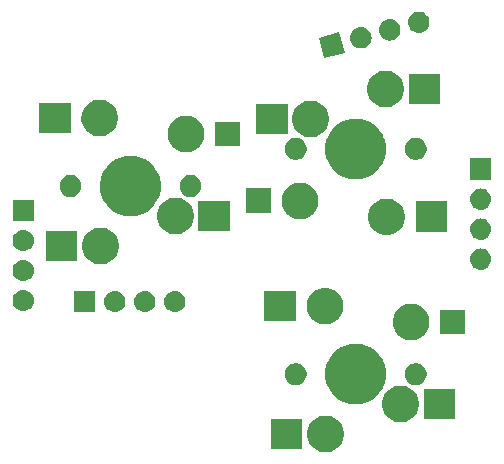
<source format=gbr>
G04 #@! TF.GenerationSoftware,KiCad,Pcbnew,(5.1.4)-1*
G04 #@! TF.CreationDate,2023-09-09T05:27:38-04:00*
G04 #@! TF.ProjectId,ThumbsUp,5468756d-6273-4557-902e-6b696361645f,rev?*
G04 #@! TF.SameCoordinates,Original*
G04 #@! TF.FileFunction,Soldermask,Bot*
G04 #@! TF.FilePolarity,Negative*
%FSLAX46Y46*%
G04 Gerber Fmt 4.6, Leading zero omitted, Abs format (unit mm)*
G04 Created by KiCad (PCBNEW (5.1.4)-1) date 2023-09-09 05:27:38*
%MOMM*%
%LPD*%
G04 APERTURE LIST*
%ADD10C,0.100000*%
G04 APERTURE END LIST*
D10*
G36*
X-109077415Y-375038802D02*
G01*
X-108927590Y-375068604D01*
X-108645326Y-375185521D01*
X-108391295Y-375355259D01*
X-108175259Y-375571295D01*
X-108005521Y-375825326D01*
X-107888604Y-376107590D01*
X-107829000Y-376407240D01*
X-107829000Y-376712760D01*
X-107888604Y-377012410D01*
X-108005521Y-377294674D01*
X-108175259Y-377548705D01*
X-108391295Y-377764741D01*
X-108645326Y-377934479D01*
X-108927590Y-378051396D01*
X-109077415Y-378081198D01*
X-109227239Y-378111000D01*
X-109532761Y-378111000D01*
X-109682585Y-378081198D01*
X-109832410Y-378051396D01*
X-110114674Y-377934479D01*
X-110368705Y-377764741D01*
X-110584741Y-377548705D01*
X-110754479Y-377294674D01*
X-110871396Y-377012410D01*
X-110931000Y-376712760D01*
X-110931000Y-376407240D01*
X-110871396Y-376107590D01*
X-110754479Y-375825326D01*
X-110584741Y-375571295D01*
X-110368705Y-375355259D01*
X-110114674Y-375185521D01*
X-109832410Y-375068604D01*
X-109682585Y-375038802D01*
X-109532761Y-375009000D01*
X-109227239Y-375009000D01*
X-109077415Y-375038802D01*
X-109077415Y-375038802D01*
G37*
G36*
X-111356000Y-377861000D02*
G01*
X-114008000Y-377861000D01*
X-114008000Y-375259000D01*
X-111356000Y-375259000D01*
X-111356000Y-377861000D01*
X-111356000Y-377861000D01*
G37*
G36*
X-102727415Y-372498802D02*
G01*
X-102577590Y-372528604D01*
X-102295326Y-372645521D01*
X-102041295Y-372815259D01*
X-101825259Y-373031295D01*
X-101655521Y-373285326D01*
X-101538604Y-373567590D01*
X-101479000Y-373867240D01*
X-101479000Y-374172760D01*
X-101538604Y-374472410D01*
X-101655521Y-374754674D01*
X-101825259Y-375008705D01*
X-102041295Y-375224741D01*
X-102295326Y-375394479D01*
X-102577590Y-375511396D01*
X-102727415Y-375541198D01*
X-102877239Y-375571000D01*
X-103182761Y-375571000D01*
X-103332585Y-375541198D01*
X-103482410Y-375511396D01*
X-103764674Y-375394479D01*
X-104018705Y-375224741D01*
X-104234741Y-375008705D01*
X-104404479Y-374754674D01*
X-104521396Y-374472410D01*
X-104581000Y-374172760D01*
X-104581000Y-373867240D01*
X-104521396Y-373567590D01*
X-104404479Y-373285326D01*
X-104234741Y-373031295D01*
X-104018705Y-372815259D01*
X-103764674Y-372645521D01*
X-103482410Y-372528604D01*
X-103332585Y-372498802D01*
X-103182761Y-372469000D01*
X-102877239Y-372469000D01*
X-102727415Y-372498802D01*
X-102727415Y-372498802D01*
G37*
G36*
X-98429000Y-375321000D02*
G01*
X-101081000Y-375321000D01*
X-101081000Y-372719000D01*
X-98429000Y-372719000D01*
X-98429000Y-375321000D01*
X-98429000Y-375321000D01*
G37*
G36*
X-106337448Y-368953497D02*
G01*
X-106088609Y-369002994D01*
X-105894425Y-369083428D01*
X-105619808Y-369197178D01*
X-105197896Y-369479090D01*
X-104839090Y-369837896D01*
X-104557178Y-370259808D01*
X-104443428Y-370534425D01*
X-104362994Y-370728609D01*
X-104264000Y-371226286D01*
X-104264000Y-371733714D01*
X-104362994Y-372231391D01*
X-104420580Y-372370415D01*
X-104557178Y-372700192D01*
X-104839090Y-373122104D01*
X-105197896Y-373480910D01*
X-105619808Y-373762822D01*
X-105871893Y-373867239D01*
X-106088609Y-373957006D01*
X-106337448Y-374006503D01*
X-106586285Y-374056000D01*
X-107093715Y-374056000D01*
X-107342552Y-374006503D01*
X-107591391Y-373957006D01*
X-107808107Y-373867239D01*
X-108060192Y-373762822D01*
X-108482104Y-373480910D01*
X-108840910Y-373122104D01*
X-109122822Y-372700192D01*
X-109259420Y-372370415D01*
X-109317006Y-372231391D01*
X-109416000Y-371733714D01*
X-109416000Y-371226286D01*
X-109317006Y-370728609D01*
X-109236572Y-370534425D01*
X-109122822Y-370259808D01*
X-108840910Y-369837896D01*
X-108482104Y-369479090D01*
X-108060192Y-369197178D01*
X-107785575Y-369083428D01*
X-107591391Y-369002994D01*
X-107342552Y-368953497D01*
X-107093715Y-368904000D01*
X-106586285Y-368904000D01*
X-106337448Y-368953497D01*
X-106337448Y-368953497D01*
G37*
G36*
X-101489896Y-370589585D02*
G01*
X-101321374Y-370659389D01*
X-101169709Y-370760728D01*
X-101040728Y-370889709D01*
X-100939389Y-371041374D01*
X-100869585Y-371209896D01*
X-100834000Y-371388797D01*
X-100834000Y-371571203D01*
X-100869585Y-371750104D01*
X-100939389Y-371918626D01*
X-101040728Y-372070291D01*
X-101169709Y-372199272D01*
X-101321374Y-372300611D01*
X-101489896Y-372370415D01*
X-101668797Y-372406000D01*
X-101851203Y-372406000D01*
X-102030104Y-372370415D01*
X-102198626Y-372300611D01*
X-102350291Y-372199272D01*
X-102479272Y-372070291D01*
X-102580611Y-371918626D01*
X-102650415Y-371750104D01*
X-102686000Y-371571203D01*
X-102686000Y-371388797D01*
X-102650415Y-371209896D01*
X-102580611Y-371041374D01*
X-102479272Y-370889709D01*
X-102350291Y-370760728D01*
X-102198626Y-370659389D01*
X-102030104Y-370589585D01*
X-101851203Y-370554000D01*
X-101668797Y-370554000D01*
X-101489896Y-370589585D01*
X-101489896Y-370589585D01*
G37*
G36*
X-111649896Y-370589585D02*
G01*
X-111481374Y-370659389D01*
X-111329709Y-370760728D01*
X-111200728Y-370889709D01*
X-111099389Y-371041374D01*
X-111029585Y-371209896D01*
X-110994000Y-371388797D01*
X-110994000Y-371571203D01*
X-111029585Y-371750104D01*
X-111099389Y-371918626D01*
X-111200728Y-372070291D01*
X-111329709Y-372199272D01*
X-111481374Y-372300611D01*
X-111649896Y-372370415D01*
X-111828797Y-372406000D01*
X-112011203Y-372406000D01*
X-112190104Y-372370415D01*
X-112358626Y-372300611D01*
X-112510291Y-372199272D01*
X-112639272Y-372070291D01*
X-112740611Y-371918626D01*
X-112810415Y-371750104D01*
X-112846000Y-371571203D01*
X-112846000Y-371388797D01*
X-112810415Y-371209896D01*
X-112740611Y-371041374D01*
X-112639272Y-370889709D01*
X-112510291Y-370760728D01*
X-112358626Y-370659389D01*
X-112190104Y-370589585D01*
X-112011203Y-370554000D01*
X-111828797Y-370554000D01*
X-111649896Y-370589585D01*
X-111649896Y-370589585D01*
G37*
G36*
X-101837415Y-365558802D02*
G01*
X-101687590Y-365588604D01*
X-101405326Y-365705521D01*
X-101151295Y-365875259D01*
X-100935259Y-366091295D01*
X-100765521Y-366345326D01*
X-100716087Y-366464672D01*
X-100648604Y-366627591D01*
X-100589000Y-366927239D01*
X-100589000Y-367232761D01*
X-100618802Y-367382585D01*
X-100648604Y-367532410D01*
X-100765521Y-367814674D01*
X-100935259Y-368068705D01*
X-101151295Y-368284741D01*
X-101405326Y-368454479D01*
X-101687590Y-368571396D01*
X-101837415Y-368601198D01*
X-101987239Y-368631000D01*
X-102292761Y-368631000D01*
X-102442585Y-368601198D01*
X-102592410Y-368571396D01*
X-102874674Y-368454479D01*
X-103128705Y-368284741D01*
X-103344741Y-368068705D01*
X-103514479Y-367814674D01*
X-103631396Y-367532410D01*
X-103661198Y-367382585D01*
X-103691000Y-367232761D01*
X-103691000Y-366927239D01*
X-103631396Y-366627591D01*
X-103563913Y-366464672D01*
X-103514479Y-366345326D01*
X-103344741Y-366091295D01*
X-103128705Y-365875259D01*
X-102874674Y-365705521D01*
X-102592410Y-365588604D01*
X-102442585Y-365558802D01*
X-102292761Y-365529000D01*
X-101987239Y-365529000D01*
X-101837415Y-365558802D01*
X-101837415Y-365558802D01*
G37*
G36*
X-97589000Y-368131000D02*
G01*
X-99691000Y-368131000D01*
X-99691000Y-366029000D01*
X-97589000Y-366029000D01*
X-97589000Y-368131000D01*
X-97589000Y-368131000D01*
G37*
G36*
X-109137415Y-364208802D02*
G01*
X-108987590Y-364238604D01*
X-108705326Y-364355521D01*
X-108451295Y-364525259D01*
X-108235259Y-364741295D01*
X-108065521Y-364995326D01*
X-107948604Y-365277590D01*
X-107948604Y-365277591D01*
X-107889000Y-365577239D01*
X-107889000Y-365882761D01*
X-107890058Y-365888078D01*
X-107948604Y-366182410D01*
X-108065521Y-366464674D01*
X-108235259Y-366718705D01*
X-108451295Y-366934741D01*
X-108705326Y-367104479D01*
X-108987590Y-367221396D01*
X-109044721Y-367232760D01*
X-109287239Y-367281000D01*
X-109592761Y-367281000D01*
X-109835279Y-367232760D01*
X-109892410Y-367221396D01*
X-110174674Y-367104479D01*
X-110428705Y-366934741D01*
X-110644741Y-366718705D01*
X-110814479Y-366464674D01*
X-110931396Y-366182410D01*
X-110989942Y-365888078D01*
X-110991000Y-365882761D01*
X-110991000Y-365577239D01*
X-110931396Y-365277591D01*
X-110931396Y-365277590D01*
X-110814479Y-364995326D01*
X-110644741Y-364741295D01*
X-110428705Y-364525259D01*
X-110174674Y-364355521D01*
X-109892410Y-364238604D01*
X-109742585Y-364208802D01*
X-109592761Y-364179000D01*
X-109287239Y-364179000D01*
X-109137415Y-364208802D01*
X-109137415Y-364208802D01*
G37*
G36*
X-111914000Y-367031000D02*
G01*
X-114566000Y-367031000D01*
X-114566000Y-364429000D01*
X-111914000Y-364429000D01*
X-111914000Y-367031000D01*
X-111914000Y-367031000D01*
G37*
G36*
X-124578888Y-364450092D02*
G01*
X-124512703Y-364456611D01*
X-124342864Y-364508131D01*
X-124186339Y-364591796D01*
X-124166953Y-364607706D01*
X-124049144Y-364704388D01*
X-123965882Y-364805845D01*
X-123936552Y-364841583D01*
X-123852887Y-364998108D01*
X-123801367Y-365167947D01*
X-123783971Y-365344574D01*
X-123801367Y-365521201D01*
X-123852887Y-365691040D01*
X-123936552Y-365847565D01*
X-123959280Y-365875259D01*
X-124049144Y-365984760D01*
X-124150601Y-366068022D01*
X-124186339Y-366097352D01*
X-124342864Y-366181017D01*
X-124512703Y-366232537D01*
X-124578888Y-366239056D01*
X-124645070Y-366245574D01*
X-124733590Y-366245574D01*
X-124799772Y-366239056D01*
X-124865957Y-366232537D01*
X-125035796Y-366181017D01*
X-125192321Y-366097352D01*
X-125228059Y-366068022D01*
X-125329516Y-365984760D01*
X-125419380Y-365875259D01*
X-125442108Y-365847565D01*
X-125525773Y-365691040D01*
X-125577293Y-365521201D01*
X-125594689Y-365344574D01*
X-125577293Y-365167947D01*
X-125525773Y-364998108D01*
X-125442108Y-364841583D01*
X-125412778Y-364805845D01*
X-125329516Y-364704388D01*
X-125211707Y-364607706D01*
X-125192321Y-364591796D01*
X-125035796Y-364508131D01*
X-124865957Y-364456611D01*
X-124799772Y-364450092D01*
X-124733590Y-364443574D01*
X-124645070Y-364443574D01*
X-124578888Y-364450092D01*
X-124578888Y-364450092D01*
G37*
G36*
X-127118888Y-364450092D02*
G01*
X-127052703Y-364456611D01*
X-126882864Y-364508131D01*
X-126726339Y-364591796D01*
X-126706953Y-364607706D01*
X-126589144Y-364704388D01*
X-126505882Y-364805845D01*
X-126476552Y-364841583D01*
X-126392887Y-364998108D01*
X-126341367Y-365167947D01*
X-126323971Y-365344574D01*
X-126341367Y-365521201D01*
X-126392887Y-365691040D01*
X-126476552Y-365847565D01*
X-126499280Y-365875259D01*
X-126589144Y-365984760D01*
X-126690601Y-366068022D01*
X-126726339Y-366097352D01*
X-126882864Y-366181017D01*
X-127052703Y-366232537D01*
X-127118888Y-366239056D01*
X-127185070Y-366245574D01*
X-127273590Y-366245574D01*
X-127339772Y-366239056D01*
X-127405957Y-366232537D01*
X-127575796Y-366181017D01*
X-127732321Y-366097352D01*
X-127768059Y-366068022D01*
X-127869516Y-365984760D01*
X-127959380Y-365875259D01*
X-127982108Y-365847565D01*
X-128065773Y-365691040D01*
X-128117293Y-365521201D01*
X-128134689Y-365344574D01*
X-128117293Y-365167947D01*
X-128065773Y-364998108D01*
X-127982108Y-364841583D01*
X-127952778Y-364805845D01*
X-127869516Y-364704388D01*
X-127751707Y-364607706D01*
X-127732321Y-364591796D01*
X-127575796Y-364508131D01*
X-127405957Y-364456611D01*
X-127339772Y-364450092D01*
X-127273590Y-364443574D01*
X-127185070Y-364443574D01*
X-127118888Y-364450092D01*
X-127118888Y-364450092D01*
G37*
G36*
X-122038888Y-364450092D02*
G01*
X-121972703Y-364456611D01*
X-121802864Y-364508131D01*
X-121646339Y-364591796D01*
X-121626953Y-364607706D01*
X-121509144Y-364704388D01*
X-121425882Y-364805845D01*
X-121396552Y-364841583D01*
X-121312887Y-364998108D01*
X-121261367Y-365167947D01*
X-121243971Y-365344574D01*
X-121261367Y-365521201D01*
X-121312887Y-365691040D01*
X-121396552Y-365847565D01*
X-121419280Y-365875259D01*
X-121509144Y-365984760D01*
X-121610601Y-366068022D01*
X-121646339Y-366097352D01*
X-121802864Y-366181017D01*
X-121972703Y-366232537D01*
X-122038888Y-366239056D01*
X-122105070Y-366245574D01*
X-122193590Y-366245574D01*
X-122259772Y-366239056D01*
X-122325957Y-366232537D01*
X-122495796Y-366181017D01*
X-122652321Y-366097352D01*
X-122688059Y-366068022D01*
X-122789516Y-365984760D01*
X-122879380Y-365875259D01*
X-122902108Y-365847565D01*
X-122985773Y-365691040D01*
X-123037293Y-365521201D01*
X-123054689Y-365344574D01*
X-123037293Y-365167947D01*
X-122985773Y-364998108D01*
X-122902108Y-364841583D01*
X-122872778Y-364805845D01*
X-122789516Y-364704388D01*
X-122671707Y-364607706D01*
X-122652321Y-364591796D01*
X-122495796Y-364508131D01*
X-122325957Y-364456611D01*
X-122259772Y-364450092D01*
X-122193590Y-364443574D01*
X-122105070Y-364443574D01*
X-122038888Y-364450092D01*
X-122038888Y-364450092D01*
G37*
G36*
X-128868330Y-366245574D02*
G01*
X-130670330Y-366245574D01*
X-130670330Y-364443574D01*
X-128868330Y-364443574D01*
X-128868330Y-366245574D01*
X-128868330Y-366245574D01*
G37*
G36*
X-134866177Y-364353411D02*
G01*
X-134799993Y-364359929D01*
X-134630154Y-364411449D01*
X-134473629Y-364495114D01*
X-134457768Y-364508131D01*
X-134336434Y-364607706D01*
X-134253172Y-364709163D01*
X-134223842Y-364744901D01*
X-134140177Y-364901426D01*
X-134088657Y-365071265D01*
X-134071261Y-365247892D01*
X-134088657Y-365424519D01*
X-134140177Y-365594358D01*
X-134223842Y-365750883D01*
X-134253172Y-365786621D01*
X-134336434Y-365888078D01*
X-134437891Y-365971340D01*
X-134473629Y-366000670D01*
X-134630154Y-366084335D01*
X-134799993Y-366135855D01*
X-134866177Y-366142373D01*
X-134932360Y-366148892D01*
X-135020880Y-366148892D01*
X-135087063Y-366142373D01*
X-135153247Y-366135855D01*
X-135323086Y-366084335D01*
X-135479611Y-366000670D01*
X-135515349Y-365971340D01*
X-135616806Y-365888078D01*
X-135700068Y-365786621D01*
X-135729398Y-365750883D01*
X-135813063Y-365594358D01*
X-135864583Y-365424519D01*
X-135881979Y-365247892D01*
X-135864583Y-365071265D01*
X-135813063Y-364901426D01*
X-135729398Y-364744901D01*
X-135700068Y-364709163D01*
X-135616806Y-364607706D01*
X-135495472Y-364508131D01*
X-135479611Y-364495114D01*
X-135323086Y-364411449D01*
X-135153247Y-364359929D01*
X-135087063Y-364353411D01*
X-135020880Y-364346892D01*
X-134932360Y-364346892D01*
X-134866177Y-364353411D01*
X-134866177Y-364353411D01*
G37*
G36*
X-134866177Y-361813411D02*
G01*
X-134799993Y-361819929D01*
X-134630154Y-361871449D01*
X-134473629Y-361955114D01*
X-134437891Y-361984444D01*
X-134336434Y-362067706D01*
X-134284116Y-362131457D01*
X-134223842Y-362204901D01*
X-134140177Y-362361426D01*
X-134088657Y-362531265D01*
X-134071261Y-362707892D01*
X-134088657Y-362884519D01*
X-134140177Y-363054358D01*
X-134223842Y-363210883D01*
X-134253172Y-363246621D01*
X-134336434Y-363348078D01*
X-134437891Y-363431340D01*
X-134473629Y-363460670D01*
X-134630154Y-363544335D01*
X-134799993Y-363595855D01*
X-134866177Y-363602373D01*
X-134932360Y-363608892D01*
X-135020880Y-363608892D01*
X-135087063Y-363602373D01*
X-135153247Y-363595855D01*
X-135323086Y-363544335D01*
X-135479611Y-363460670D01*
X-135515349Y-363431340D01*
X-135616806Y-363348078D01*
X-135700068Y-363246621D01*
X-135729398Y-363210883D01*
X-135813063Y-363054358D01*
X-135864583Y-362884519D01*
X-135881979Y-362707892D01*
X-135864583Y-362531265D01*
X-135813063Y-362361426D01*
X-135729398Y-362204901D01*
X-135669124Y-362131457D01*
X-135616806Y-362067706D01*
X-135515349Y-361984444D01*
X-135479611Y-361955114D01*
X-135323086Y-361871449D01*
X-135153247Y-361819929D01*
X-135087063Y-361813411D01*
X-135020880Y-361806892D01*
X-134932360Y-361806892D01*
X-134866177Y-361813411D01*
X-134866177Y-361813411D01*
G37*
G36*
X-96147698Y-360854232D02*
G01*
X-96081514Y-360860750D01*
X-95911675Y-360912270D01*
X-95755150Y-360995935D01*
X-95744916Y-361004334D01*
X-95617955Y-361108527D01*
X-95534693Y-361209984D01*
X-95505363Y-361245722D01*
X-95421698Y-361402247D01*
X-95370178Y-361572086D01*
X-95352782Y-361748713D01*
X-95370178Y-361925340D01*
X-95421698Y-362095179D01*
X-95505363Y-362251704D01*
X-95534693Y-362287442D01*
X-95617955Y-362388899D01*
X-95719412Y-362472161D01*
X-95755150Y-362501491D01*
X-95911675Y-362585156D01*
X-96081514Y-362636676D01*
X-96147699Y-362643195D01*
X-96213881Y-362649713D01*
X-96302401Y-362649713D01*
X-96368583Y-362643195D01*
X-96434768Y-362636676D01*
X-96604607Y-362585156D01*
X-96761132Y-362501491D01*
X-96796870Y-362472161D01*
X-96898327Y-362388899D01*
X-96981589Y-362287442D01*
X-97010919Y-362251704D01*
X-97094584Y-362095179D01*
X-97146104Y-361925340D01*
X-97163500Y-361748713D01*
X-97146104Y-361572086D01*
X-97094584Y-361402247D01*
X-97010919Y-361245722D01*
X-96981589Y-361209984D01*
X-96898327Y-361108527D01*
X-96771366Y-361004334D01*
X-96761132Y-360995935D01*
X-96604607Y-360912270D01*
X-96434768Y-360860750D01*
X-96368584Y-360854232D01*
X-96302401Y-360847713D01*
X-96213881Y-360847713D01*
X-96147698Y-360854232D01*
X-96147698Y-360854232D01*
G37*
G36*
X-128141369Y-359118863D02*
G01*
X-127991544Y-359148665D01*
X-127709280Y-359265582D01*
X-127455249Y-359435320D01*
X-127239213Y-359651356D01*
X-127069475Y-359905387D01*
X-126952558Y-360187651D01*
X-126952558Y-360187652D01*
X-126892954Y-360487300D01*
X-126892954Y-360792822D01*
X-126895989Y-360808078D01*
X-126952558Y-361092471D01*
X-127069475Y-361374735D01*
X-127239213Y-361628766D01*
X-127455249Y-361844802D01*
X-127709280Y-362014540D01*
X-127991544Y-362131457D01*
X-128141369Y-362161259D01*
X-128291193Y-362191061D01*
X-128596715Y-362191061D01*
X-128746539Y-362161259D01*
X-128896364Y-362131457D01*
X-129178628Y-362014540D01*
X-129432659Y-361844802D01*
X-129648695Y-361628766D01*
X-129818433Y-361374735D01*
X-129935350Y-361092471D01*
X-129991919Y-360808078D01*
X-129994954Y-360792822D01*
X-129994954Y-360487300D01*
X-129935350Y-360187652D01*
X-129935350Y-360187651D01*
X-129818433Y-359905387D01*
X-129648695Y-359651356D01*
X-129432659Y-359435320D01*
X-129178628Y-359265582D01*
X-128896364Y-359148665D01*
X-128746539Y-359118863D01*
X-128596715Y-359089061D01*
X-128291193Y-359089061D01*
X-128141369Y-359118863D01*
X-128141369Y-359118863D01*
G37*
G36*
X-130419954Y-361941061D02*
G01*
X-133071954Y-361941061D01*
X-133071954Y-359339061D01*
X-130419954Y-359339061D01*
X-130419954Y-361941061D01*
X-130419954Y-361941061D01*
G37*
G36*
X-134866178Y-359273410D02*
G01*
X-134799993Y-359279929D01*
X-134630154Y-359331449D01*
X-134473629Y-359415114D01*
X-134449008Y-359435320D01*
X-134336434Y-359527706D01*
X-134284116Y-359591457D01*
X-134223842Y-359664901D01*
X-134140177Y-359821426D01*
X-134088657Y-359991265D01*
X-134071261Y-360167892D01*
X-134088657Y-360344519D01*
X-134140177Y-360514358D01*
X-134223842Y-360670883D01*
X-134253172Y-360706621D01*
X-134336434Y-360808078D01*
X-134437891Y-360891340D01*
X-134473629Y-360920670D01*
X-134630154Y-361004335D01*
X-134799993Y-361055855D01*
X-134866177Y-361062373D01*
X-134932360Y-361068892D01*
X-135020880Y-361068892D01*
X-135087063Y-361062373D01*
X-135153247Y-361055855D01*
X-135323086Y-361004335D01*
X-135479611Y-360920670D01*
X-135515349Y-360891340D01*
X-135616806Y-360808078D01*
X-135700068Y-360706621D01*
X-135729398Y-360670883D01*
X-135813063Y-360514358D01*
X-135864583Y-360344519D01*
X-135881979Y-360167892D01*
X-135864583Y-359991265D01*
X-135813063Y-359821426D01*
X-135729398Y-359664901D01*
X-135669124Y-359591457D01*
X-135616806Y-359527706D01*
X-135504232Y-359435320D01*
X-135479611Y-359415114D01*
X-135323086Y-359331449D01*
X-135153247Y-359279929D01*
X-135087062Y-359273410D01*
X-135020880Y-359266892D01*
X-134932360Y-359266892D01*
X-134866178Y-359273410D01*
X-134866178Y-359273410D01*
G37*
G36*
X-96157014Y-358313314D02*
G01*
X-96081514Y-358320750D01*
X-95911675Y-358372270D01*
X-95755150Y-358455935D01*
X-95719412Y-358485265D01*
X-95617955Y-358568527D01*
X-95534693Y-358669984D01*
X-95505363Y-358705722D01*
X-95421698Y-358862247D01*
X-95370178Y-359032086D01*
X-95352782Y-359208713D01*
X-95370178Y-359385340D01*
X-95421698Y-359555179D01*
X-95505363Y-359711704D01*
X-95534693Y-359747442D01*
X-95617955Y-359848899D01*
X-95719412Y-359932161D01*
X-95755150Y-359961491D01*
X-95911675Y-360045156D01*
X-96081514Y-360096676D01*
X-96147698Y-360103194D01*
X-96213881Y-360109713D01*
X-96302401Y-360109713D01*
X-96368584Y-360103194D01*
X-96434768Y-360096676D01*
X-96604607Y-360045156D01*
X-96761132Y-359961491D01*
X-96796870Y-359932161D01*
X-96898327Y-359848899D01*
X-96981589Y-359747442D01*
X-97010919Y-359711704D01*
X-97094584Y-359555179D01*
X-97146104Y-359385340D01*
X-97163500Y-359208713D01*
X-97146104Y-359032086D01*
X-97094584Y-358862247D01*
X-97010919Y-358705722D01*
X-96981589Y-358669984D01*
X-96898327Y-358568527D01*
X-96796870Y-358485265D01*
X-96761132Y-358455935D01*
X-96604607Y-358372270D01*
X-96434768Y-358320750D01*
X-96359268Y-358313314D01*
X-96302401Y-358307713D01*
X-96213881Y-358307713D01*
X-96157014Y-358313314D01*
X-96157014Y-358313314D01*
G37*
G36*
X-103937415Y-356650720D02*
G01*
X-103787590Y-356680522D01*
X-103505326Y-356797439D01*
X-103251295Y-356967177D01*
X-103035259Y-357183213D01*
X-102865521Y-357437244D01*
X-102778368Y-357647652D01*
X-102748604Y-357719509D01*
X-102689000Y-358019157D01*
X-102689000Y-358324679D01*
X-102715108Y-358455934D01*
X-102748604Y-358624328D01*
X-102865521Y-358906592D01*
X-103035259Y-359160623D01*
X-103251295Y-359376659D01*
X-103505326Y-359546397D01*
X-103787590Y-359663314D01*
X-103937415Y-359693116D01*
X-104087239Y-359722918D01*
X-104392761Y-359722918D01*
X-104542585Y-359693116D01*
X-104692410Y-359663314D01*
X-104974674Y-359546397D01*
X-105228705Y-359376659D01*
X-105444741Y-359160623D01*
X-105614479Y-358906592D01*
X-105731396Y-358624328D01*
X-105764892Y-358455934D01*
X-105791000Y-358324679D01*
X-105791000Y-358019157D01*
X-105731396Y-357719509D01*
X-105701632Y-357647652D01*
X-105614479Y-357437244D01*
X-105444741Y-357183213D01*
X-105228705Y-356967177D01*
X-104974674Y-356797439D01*
X-104692410Y-356680522D01*
X-104542585Y-356650720D01*
X-104392761Y-356620918D01*
X-104087239Y-356620918D01*
X-103937415Y-356650720D01*
X-103937415Y-356650720D01*
G37*
G36*
X-121791369Y-356578863D02*
G01*
X-121641544Y-356608665D01*
X-121359280Y-356725582D01*
X-121105249Y-356895320D01*
X-120889213Y-357111356D01*
X-120719475Y-357365387D01*
X-120602558Y-357647651D01*
X-120542954Y-357947301D01*
X-120542954Y-358252821D01*
X-120602558Y-358552471D01*
X-120719475Y-358834735D01*
X-120889213Y-359088766D01*
X-121105249Y-359304802D01*
X-121359280Y-359474540D01*
X-121641544Y-359591457D01*
X-121791369Y-359621259D01*
X-121941193Y-359651061D01*
X-122246715Y-359651061D01*
X-122396539Y-359621259D01*
X-122546364Y-359591457D01*
X-122828628Y-359474540D01*
X-123082659Y-359304802D01*
X-123298695Y-359088766D01*
X-123468433Y-358834735D01*
X-123585350Y-358552471D01*
X-123644954Y-358252821D01*
X-123644954Y-357947301D01*
X-123585350Y-357647651D01*
X-123468433Y-357365387D01*
X-123298695Y-357111356D01*
X-123082659Y-356895320D01*
X-122828628Y-356725582D01*
X-122546364Y-356608665D01*
X-122396539Y-356578863D01*
X-122246715Y-356549061D01*
X-121941193Y-356549061D01*
X-121791369Y-356578863D01*
X-121791369Y-356578863D01*
G37*
G36*
X-99114000Y-359472918D02*
G01*
X-101766000Y-359472918D01*
X-101766000Y-356870918D01*
X-99114000Y-356870918D01*
X-99114000Y-359472918D01*
X-99114000Y-359472918D01*
G37*
G36*
X-117492954Y-359401061D02*
G01*
X-120144954Y-359401061D01*
X-120144954Y-356799061D01*
X-117492954Y-356799061D01*
X-117492954Y-359401061D01*
X-117492954Y-359401061D01*
G37*
G36*
X-134075620Y-358528892D02*
G01*
X-135877620Y-358528892D01*
X-135877620Y-356726892D01*
X-134075620Y-356726892D01*
X-134075620Y-358528892D01*
X-134075620Y-358528892D01*
G37*
G36*
X-111291524Y-355289957D02*
G01*
X-111087590Y-355330522D01*
X-110805326Y-355447439D01*
X-110551295Y-355617177D01*
X-110335259Y-355833213D01*
X-110165521Y-356087244D01*
X-110048604Y-356369508D01*
X-110025420Y-356486061D01*
X-109989000Y-356669157D01*
X-109989000Y-356974679D01*
X-110016187Y-357111356D01*
X-110048604Y-357274328D01*
X-110165521Y-357556592D01*
X-110335259Y-357810623D01*
X-110551295Y-358026659D01*
X-110805326Y-358196397D01*
X-111087590Y-358313314D01*
X-111144721Y-358324678D01*
X-111387239Y-358372918D01*
X-111692761Y-358372918D01*
X-111935279Y-358324678D01*
X-111992410Y-358313314D01*
X-112274674Y-358196397D01*
X-112528705Y-358026659D01*
X-112744741Y-357810623D01*
X-112914479Y-357556592D01*
X-113031396Y-357274328D01*
X-113063813Y-357111356D01*
X-113091000Y-356974679D01*
X-113091000Y-356669157D01*
X-113054580Y-356486061D01*
X-113031396Y-356369508D01*
X-112914479Y-356087244D01*
X-112744741Y-355833213D01*
X-112528705Y-355617177D01*
X-112274674Y-355447439D01*
X-111992410Y-355330522D01*
X-111788476Y-355289957D01*
X-111692761Y-355270918D01*
X-111387239Y-355270918D01*
X-111291524Y-355289957D01*
X-111291524Y-355289957D01*
G37*
G36*
X-125508735Y-353012208D02*
G01*
X-125152563Y-353083055D01*
X-124958379Y-353163489D01*
X-124683762Y-353277239D01*
X-124261850Y-353559151D01*
X-123903044Y-353917957D01*
X-123621132Y-354339869D01*
X-123507382Y-354614486D01*
X-123426948Y-354808670D01*
X-123394903Y-354969770D01*
X-123327954Y-355306346D01*
X-123327954Y-355813776D01*
X-123348275Y-355915934D01*
X-123426948Y-356311452D01*
X-123484534Y-356450476D01*
X-123621132Y-356780253D01*
X-123903044Y-357202165D01*
X-124261850Y-357560971D01*
X-124683762Y-357842883D01*
X-124935847Y-357947300D01*
X-125152563Y-358037067D01*
X-125401402Y-358086564D01*
X-125650239Y-358136061D01*
X-126157669Y-358136061D01*
X-126406506Y-358086564D01*
X-126655345Y-358037067D01*
X-126872061Y-357947300D01*
X-127124146Y-357842883D01*
X-127546058Y-357560971D01*
X-127904864Y-357202165D01*
X-128186776Y-356780253D01*
X-128323374Y-356450476D01*
X-128380960Y-356311452D01*
X-128459633Y-355915934D01*
X-128479954Y-355813776D01*
X-128479954Y-355306346D01*
X-128413005Y-354969770D01*
X-128380960Y-354808670D01*
X-128300526Y-354614486D01*
X-128186776Y-354339869D01*
X-127904864Y-353917957D01*
X-127546058Y-353559151D01*
X-127124146Y-353277239D01*
X-126849529Y-353163489D01*
X-126655345Y-353083055D01*
X-126299173Y-353012208D01*
X-126157669Y-352984061D01*
X-125650239Y-352984061D01*
X-125508735Y-353012208D01*
X-125508735Y-353012208D01*
G37*
G36*
X-113989000Y-357872918D02*
G01*
X-116091000Y-357872918D01*
X-116091000Y-355770918D01*
X-113989000Y-355770918D01*
X-113989000Y-357872918D01*
X-113989000Y-357872918D01*
G37*
G36*
X-96147698Y-355774232D02*
G01*
X-96081514Y-355780750D01*
X-95911675Y-355832270D01*
X-95755150Y-355915935D01*
X-95719412Y-355945265D01*
X-95617955Y-356028527D01*
X-95534693Y-356129984D01*
X-95505363Y-356165722D01*
X-95421698Y-356322247D01*
X-95370178Y-356492086D01*
X-95352782Y-356668713D01*
X-95370178Y-356845340D01*
X-95421698Y-357015179D01*
X-95505363Y-357171704D01*
X-95530362Y-357202165D01*
X-95617955Y-357308899D01*
X-95719412Y-357392161D01*
X-95755150Y-357421491D01*
X-95911675Y-357505156D01*
X-96081514Y-357556676D01*
X-96125123Y-357560971D01*
X-96213881Y-357569713D01*
X-96302401Y-357569713D01*
X-96391159Y-357560971D01*
X-96434768Y-357556676D01*
X-96604607Y-357505156D01*
X-96761132Y-357421491D01*
X-96796870Y-357392161D01*
X-96898327Y-357308899D01*
X-96985920Y-357202165D01*
X-97010919Y-357171704D01*
X-97094584Y-357015179D01*
X-97146104Y-356845340D01*
X-97163500Y-356668713D01*
X-97146104Y-356492086D01*
X-97094584Y-356322247D01*
X-97010919Y-356165722D01*
X-96981589Y-356129984D01*
X-96898327Y-356028527D01*
X-96796870Y-355945265D01*
X-96761132Y-355915935D01*
X-96604607Y-355832270D01*
X-96434768Y-355780750D01*
X-96368584Y-355774232D01*
X-96302401Y-355767713D01*
X-96213881Y-355767713D01*
X-96147698Y-355774232D01*
X-96147698Y-355774232D01*
G37*
G36*
X-130713850Y-354669646D02*
G01*
X-130545328Y-354739450D01*
X-130393663Y-354840789D01*
X-130264682Y-354969770D01*
X-130163343Y-355121435D01*
X-130093539Y-355289957D01*
X-130057954Y-355468858D01*
X-130057954Y-355651264D01*
X-130093539Y-355830165D01*
X-130163343Y-355998687D01*
X-130264682Y-356150352D01*
X-130393663Y-356279333D01*
X-130545328Y-356380672D01*
X-130713850Y-356450476D01*
X-130892751Y-356486061D01*
X-131075157Y-356486061D01*
X-131254058Y-356450476D01*
X-131422580Y-356380672D01*
X-131574245Y-356279333D01*
X-131703226Y-356150352D01*
X-131804565Y-355998687D01*
X-131874369Y-355830165D01*
X-131909954Y-355651264D01*
X-131909954Y-355468858D01*
X-131874369Y-355289957D01*
X-131804565Y-355121435D01*
X-131703226Y-354969770D01*
X-131574245Y-354840789D01*
X-131422580Y-354739450D01*
X-131254058Y-354669646D01*
X-131075157Y-354634061D01*
X-130892751Y-354634061D01*
X-130713850Y-354669646D01*
X-130713850Y-354669646D01*
G37*
G36*
X-120553850Y-354669646D02*
G01*
X-120385328Y-354739450D01*
X-120233663Y-354840789D01*
X-120104682Y-354969770D01*
X-120003343Y-355121435D01*
X-119933539Y-355289957D01*
X-119897954Y-355468858D01*
X-119897954Y-355651264D01*
X-119933539Y-355830165D01*
X-120003343Y-355998687D01*
X-120104682Y-356150352D01*
X-120233663Y-356279333D01*
X-120385328Y-356380672D01*
X-120553850Y-356450476D01*
X-120732751Y-356486061D01*
X-120915157Y-356486061D01*
X-121094058Y-356450476D01*
X-121262580Y-356380672D01*
X-121414245Y-356279333D01*
X-121543226Y-356150352D01*
X-121644565Y-355998687D01*
X-121714369Y-355830165D01*
X-121749954Y-355651264D01*
X-121749954Y-355468858D01*
X-121714369Y-355289957D01*
X-121644565Y-355121435D01*
X-121543226Y-354969770D01*
X-121414245Y-354840789D01*
X-121262580Y-354739450D01*
X-121094058Y-354669646D01*
X-120915157Y-354634061D01*
X-120732751Y-354634061D01*
X-120553850Y-354669646D01*
X-120553850Y-354669646D01*
G37*
G36*
X-95357141Y-355029713D02*
G01*
X-97159141Y-355029713D01*
X-97159141Y-353227713D01*
X-95357141Y-353227713D01*
X-95357141Y-355029713D01*
X-95357141Y-355029713D01*
G37*
G36*
X-106337448Y-349895415D02*
G01*
X-106088609Y-349944912D01*
X-106045371Y-349962822D01*
X-105619808Y-350139096D01*
X-105197896Y-350421008D01*
X-104839090Y-350779814D01*
X-104557178Y-351201726D01*
X-104486104Y-351373314D01*
X-104420579Y-351531504D01*
X-104362994Y-351670528D01*
X-104267866Y-352148765D01*
X-104264000Y-352168204D01*
X-104264000Y-352675632D01*
X-104362994Y-353173309D01*
X-104420580Y-353312333D01*
X-104557178Y-353642110D01*
X-104839090Y-354064022D01*
X-105197896Y-354422828D01*
X-105619808Y-354704740D01*
X-105870720Y-354808671D01*
X-106088609Y-354898924D01*
X-106337448Y-354948421D01*
X-106586285Y-354997918D01*
X-107093715Y-354997918D01*
X-107342552Y-354948421D01*
X-107591391Y-354898924D01*
X-107809280Y-354808671D01*
X-108060192Y-354704740D01*
X-108482104Y-354422828D01*
X-108840910Y-354064022D01*
X-109122822Y-353642110D01*
X-109259420Y-353312333D01*
X-109317006Y-353173309D01*
X-109416000Y-352675632D01*
X-109416000Y-352168204D01*
X-109412133Y-352148765D01*
X-109317006Y-351670528D01*
X-109259420Y-351531504D01*
X-109193896Y-351373314D01*
X-109122822Y-351201726D01*
X-108840910Y-350779814D01*
X-108482104Y-350421008D01*
X-108060192Y-350139096D01*
X-107634629Y-349962822D01*
X-107591391Y-349944912D01*
X-107342552Y-349895415D01*
X-107093715Y-349845918D01*
X-106586285Y-349845918D01*
X-106337448Y-349895415D01*
X-106337448Y-349895415D01*
G37*
G36*
X-111649896Y-351531503D02*
G01*
X-111481374Y-351601307D01*
X-111329709Y-351702646D01*
X-111200728Y-351831627D01*
X-111099389Y-351983292D01*
X-111029585Y-352151814D01*
X-110994000Y-352330715D01*
X-110994000Y-352513121D01*
X-111029585Y-352692022D01*
X-111099389Y-352860544D01*
X-111200728Y-353012209D01*
X-111329709Y-353141190D01*
X-111481374Y-353242529D01*
X-111649896Y-353312333D01*
X-111828797Y-353347918D01*
X-112011203Y-353347918D01*
X-112190104Y-353312333D01*
X-112358626Y-353242529D01*
X-112510291Y-353141190D01*
X-112639272Y-353012209D01*
X-112740611Y-352860544D01*
X-112810415Y-352692022D01*
X-112846000Y-352513121D01*
X-112846000Y-352330715D01*
X-112810415Y-352151814D01*
X-112740611Y-351983292D01*
X-112639272Y-351831627D01*
X-112510291Y-351702646D01*
X-112358626Y-351601307D01*
X-112190104Y-351531503D01*
X-112011203Y-351495918D01*
X-111828797Y-351495918D01*
X-111649896Y-351531503D01*
X-111649896Y-351531503D01*
G37*
G36*
X-101489896Y-351531503D02*
G01*
X-101321374Y-351601307D01*
X-101169709Y-351702646D01*
X-101040728Y-351831627D01*
X-100939389Y-351983292D01*
X-100869585Y-352151814D01*
X-100834000Y-352330715D01*
X-100834000Y-352513121D01*
X-100869585Y-352692022D01*
X-100939389Y-352860544D01*
X-101040728Y-353012209D01*
X-101169709Y-353141190D01*
X-101321374Y-353242529D01*
X-101489896Y-353312333D01*
X-101668797Y-353347918D01*
X-101851203Y-353347918D01*
X-102030104Y-353312333D01*
X-102198626Y-353242529D01*
X-102350291Y-353141190D01*
X-102479272Y-353012209D01*
X-102580611Y-352860544D01*
X-102650415Y-352692022D01*
X-102686000Y-352513121D01*
X-102686000Y-352330715D01*
X-102650415Y-352151814D01*
X-102580611Y-351983292D01*
X-102479272Y-351831627D01*
X-102350291Y-351702646D01*
X-102198626Y-351601307D01*
X-102030104Y-351531503D01*
X-101851203Y-351495918D01*
X-101668797Y-351495918D01*
X-101489896Y-351531503D01*
X-101489896Y-351531503D01*
G37*
G36*
X-120901369Y-349638863D02*
G01*
X-120751544Y-349668665D01*
X-120469280Y-349785582D01*
X-120215249Y-349955320D01*
X-119999213Y-350171356D01*
X-119829475Y-350425387D01*
X-119780041Y-350544733D01*
X-119712558Y-350707652D01*
X-119652954Y-351007300D01*
X-119652954Y-351312822D01*
X-119664987Y-351373314D01*
X-119712558Y-351612471D01*
X-119829475Y-351894735D01*
X-119999213Y-352148766D01*
X-120215249Y-352364802D01*
X-120469280Y-352534540D01*
X-120751544Y-352651457D01*
X-120873080Y-352675632D01*
X-121051193Y-352711061D01*
X-121356715Y-352711061D01*
X-121534828Y-352675632D01*
X-121656364Y-352651457D01*
X-121938628Y-352534540D01*
X-122192659Y-352364802D01*
X-122408695Y-352148766D01*
X-122578433Y-351894735D01*
X-122695350Y-351612471D01*
X-122742921Y-351373314D01*
X-122754954Y-351312822D01*
X-122754954Y-351007300D01*
X-122695350Y-350707652D01*
X-122627867Y-350544733D01*
X-122578433Y-350425387D01*
X-122408695Y-350171356D01*
X-122192659Y-349955320D01*
X-121938628Y-349785582D01*
X-121656364Y-349668665D01*
X-121506539Y-349638863D01*
X-121356715Y-349609061D01*
X-121051193Y-349609061D01*
X-120901369Y-349638863D01*
X-120901369Y-349638863D01*
G37*
G36*
X-116652954Y-352211061D02*
G01*
X-118754954Y-352211061D01*
X-118754954Y-350109061D01*
X-116652954Y-350109061D01*
X-116652954Y-352211061D01*
X-116652954Y-352211061D01*
G37*
G36*
X-110347415Y-348360720D02*
G01*
X-110197590Y-348390522D01*
X-109915326Y-348507439D01*
X-109661295Y-348677177D01*
X-109445259Y-348893213D01*
X-109275521Y-349147244D01*
X-109158604Y-349429508D01*
X-109099000Y-349729158D01*
X-109099000Y-350034678D01*
X-109158604Y-350334328D01*
X-109275521Y-350616592D01*
X-109445259Y-350870623D01*
X-109661295Y-351086659D01*
X-109915326Y-351256397D01*
X-110197590Y-351373314D01*
X-110347415Y-351403116D01*
X-110497239Y-351432918D01*
X-110802761Y-351432918D01*
X-110952585Y-351403116D01*
X-111102410Y-351373314D01*
X-111384674Y-351256397D01*
X-111638705Y-351086659D01*
X-111854741Y-350870623D01*
X-112024479Y-350616592D01*
X-112141396Y-350334328D01*
X-112201000Y-350034678D01*
X-112201000Y-349729158D01*
X-112141396Y-349429508D01*
X-112024479Y-349147244D01*
X-111854741Y-348893213D01*
X-111638705Y-348677177D01*
X-111384674Y-348507439D01*
X-111102410Y-348390522D01*
X-110952585Y-348360720D01*
X-110802761Y-348330918D01*
X-110497239Y-348330918D01*
X-110347415Y-348360720D01*
X-110347415Y-348360720D01*
G37*
G36*
X-128201369Y-348288863D02*
G01*
X-128051544Y-348318665D01*
X-127769280Y-348435582D01*
X-127515249Y-348605320D01*
X-127299213Y-348821356D01*
X-127129475Y-349075387D01*
X-127012558Y-349357651D01*
X-127012558Y-349357652D01*
X-126962549Y-349609061D01*
X-126952954Y-349657301D01*
X-126952954Y-349962821D01*
X-127012558Y-350262471D01*
X-127129475Y-350544735D01*
X-127299213Y-350798766D01*
X-127515249Y-351014802D01*
X-127769280Y-351184540D01*
X-128051544Y-351301457D01*
X-128108675Y-351312821D01*
X-128351193Y-351361061D01*
X-128656715Y-351361061D01*
X-128899233Y-351312821D01*
X-128956364Y-351301457D01*
X-129238628Y-351184540D01*
X-129492659Y-351014802D01*
X-129708695Y-350798766D01*
X-129878433Y-350544735D01*
X-129995350Y-350262471D01*
X-130054954Y-349962821D01*
X-130054954Y-349657301D01*
X-130045358Y-349609061D01*
X-129995350Y-349357652D01*
X-129995350Y-349357651D01*
X-129878433Y-349075387D01*
X-129708695Y-348821356D01*
X-129492659Y-348605320D01*
X-129238628Y-348435582D01*
X-128956364Y-348318665D01*
X-128806539Y-348288863D01*
X-128656715Y-348259061D01*
X-128351193Y-348259061D01*
X-128201369Y-348288863D01*
X-128201369Y-348288863D01*
G37*
G36*
X-112599000Y-351182918D02*
G01*
X-115251000Y-351182918D01*
X-115251000Y-348580918D01*
X-112599000Y-348580918D01*
X-112599000Y-351182918D01*
X-112599000Y-351182918D01*
G37*
G36*
X-130977954Y-351111061D02*
G01*
X-133629954Y-351111061D01*
X-133629954Y-348509061D01*
X-130977954Y-348509061D01*
X-130977954Y-351111061D01*
X-130977954Y-351111061D01*
G37*
G36*
X-103997415Y-345820720D02*
G01*
X-103847590Y-345850522D01*
X-103565326Y-345967439D01*
X-103311295Y-346137177D01*
X-103095259Y-346353213D01*
X-102925521Y-346607244D01*
X-102808604Y-346889508D01*
X-102749000Y-347189158D01*
X-102749000Y-347494678D01*
X-102808604Y-347794328D01*
X-102925521Y-348076592D01*
X-103095259Y-348330623D01*
X-103311295Y-348546659D01*
X-103565326Y-348716397D01*
X-103847590Y-348833314D01*
X-103997415Y-348863116D01*
X-104147239Y-348892918D01*
X-104452761Y-348892918D01*
X-104602585Y-348863116D01*
X-104752410Y-348833314D01*
X-105034674Y-348716397D01*
X-105288705Y-348546659D01*
X-105504741Y-348330623D01*
X-105674479Y-348076592D01*
X-105791396Y-347794328D01*
X-105851000Y-347494678D01*
X-105851000Y-347189158D01*
X-105791396Y-346889508D01*
X-105674479Y-346607244D01*
X-105504741Y-346353213D01*
X-105288705Y-346137177D01*
X-105034674Y-345967439D01*
X-104752410Y-345850522D01*
X-104602585Y-345820720D01*
X-104452761Y-345790918D01*
X-104147239Y-345790918D01*
X-103997415Y-345820720D01*
X-103997415Y-345820720D01*
G37*
G36*
X-99672000Y-348642918D02*
G01*
X-102324000Y-348642918D01*
X-102324000Y-346040918D01*
X-99672000Y-346040918D01*
X-99672000Y-348642918D01*
X-99672000Y-348642918D01*
G37*
G36*
X-107749724Y-344297694D02*
G01*
X-109490322Y-344764086D01*
X-109956714Y-343023488D01*
X-108216116Y-342557096D01*
X-107749724Y-344297694D01*
X-107749724Y-344297694D01*
G37*
G36*
X-106289324Y-342108710D02*
G01*
X-106223140Y-342115228D01*
X-106053301Y-342166748D01*
X-105896776Y-342250413D01*
X-105861038Y-342279743D01*
X-105759581Y-342363005D01*
X-105676319Y-342464462D01*
X-105646989Y-342500200D01*
X-105563324Y-342656725D01*
X-105511804Y-342826564D01*
X-105494408Y-343003191D01*
X-105511804Y-343179818D01*
X-105563324Y-343349657D01*
X-105646989Y-343506182D01*
X-105676319Y-343541920D01*
X-105759581Y-343643377D01*
X-105861038Y-343726639D01*
X-105896776Y-343755969D01*
X-106053301Y-343839634D01*
X-106223140Y-343891154D01*
X-106289324Y-343897672D01*
X-106355507Y-343904191D01*
X-106444027Y-343904191D01*
X-106510210Y-343897672D01*
X-106576394Y-343891154D01*
X-106746233Y-343839634D01*
X-106902758Y-343755969D01*
X-106938496Y-343726639D01*
X-107039953Y-343643377D01*
X-107123215Y-343541920D01*
X-107152545Y-343506182D01*
X-107236210Y-343349657D01*
X-107287730Y-343179818D01*
X-107305126Y-343003191D01*
X-107287730Y-342826564D01*
X-107236210Y-342656725D01*
X-107152545Y-342500200D01*
X-107123215Y-342464462D01*
X-107039953Y-342363005D01*
X-106938496Y-342279743D01*
X-106902758Y-342250413D01*
X-106746233Y-342166748D01*
X-106576394Y-342115228D01*
X-106510210Y-342108710D01*
X-106444027Y-342102191D01*
X-106355507Y-342102191D01*
X-106289324Y-342108710D01*
X-106289324Y-342108710D01*
G37*
G36*
X-103835873Y-341451309D02*
G01*
X-103769689Y-341457827D01*
X-103599850Y-341509347D01*
X-103443325Y-341593012D01*
X-103407587Y-341622342D01*
X-103306130Y-341705604D01*
X-103222868Y-341807061D01*
X-103193538Y-341842799D01*
X-103109873Y-341999324D01*
X-103058353Y-342169163D01*
X-103040957Y-342345790D01*
X-103058353Y-342522417D01*
X-103109873Y-342692256D01*
X-103193538Y-342848781D01*
X-103222868Y-342884519D01*
X-103306130Y-342985976D01*
X-103407587Y-343069238D01*
X-103443325Y-343098568D01*
X-103599850Y-343182233D01*
X-103769689Y-343233753D01*
X-103835873Y-343240271D01*
X-103902056Y-343246790D01*
X-103990576Y-343246790D01*
X-104056759Y-343240271D01*
X-104122943Y-343233753D01*
X-104292782Y-343182233D01*
X-104449307Y-343098568D01*
X-104485045Y-343069238D01*
X-104586502Y-342985976D01*
X-104669764Y-342884519D01*
X-104699094Y-342848781D01*
X-104782759Y-342692256D01*
X-104834279Y-342522417D01*
X-104851675Y-342345790D01*
X-104834279Y-342169163D01*
X-104782759Y-341999324D01*
X-104699094Y-341842799D01*
X-104669764Y-341807061D01*
X-104586502Y-341705604D01*
X-104485045Y-341622342D01*
X-104449307Y-341593012D01*
X-104292782Y-341509347D01*
X-104122943Y-341457827D01*
X-104056759Y-341451309D01*
X-103990576Y-341444790D01*
X-103902056Y-341444790D01*
X-103835873Y-341451309D01*
X-103835873Y-341451309D01*
G37*
G36*
X-101382421Y-340793909D02*
G01*
X-101316237Y-340800427D01*
X-101146398Y-340851947D01*
X-100989873Y-340935612D01*
X-100954135Y-340964942D01*
X-100852678Y-341048204D01*
X-100769416Y-341149661D01*
X-100740086Y-341185399D01*
X-100656421Y-341341924D01*
X-100604901Y-341511763D01*
X-100587505Y-341688390D01*
X-100604901Y-341865017D01*
X-100656421Y-342034856D01*
X-100740086Y-342191381D01*
X-100769416Y-342227119D01*
X-100852678Y-342328576D01*
X-100954135Y-342411838D01*
X-100989873Y-342441168D01*
X-101146398Y-342524833D01*
X-101316237Y-342576353D01*
X-101382422Y-342582872D01*
X-101448604Y-342589390D01*
X-101537124Y-342589390D01*
X-101603306Y-342582872D01*
X-101669491Y-342576353D01*
X-101839330Y-342524833D01*
X-101995855Y-342441168D01*
X-102031593Y-342411838D01*
X-102133050Y-342328576D01*
X-102216312Y-342227119D01*
X-102245642Y-342191381D01*
X-102329307Y-342034856D01*
X-102380827Y-341865017D01*
X-102398223Y-341688390D01*
X-102380827Y-341511763D01*
X-102329307Y-341341924D01*
X-102245642Y-341185399D01*
X-102216312Y-341149661D01*
X-102133050Y-341048204D01*
X-102031593Y-340964942D01*
X-101995855Y-340935612D01*
X-101839330Y-340851947D01*
X-101669491Y-340800427D01*
X-101603307Y-340793909D01*
X-101537124Y-340787390D01*
X-101448604Y-340787390D01*
X-101382421Y-340793909D01*
X-101382421Y-340793909D01*
G37*
M02*

</source>
